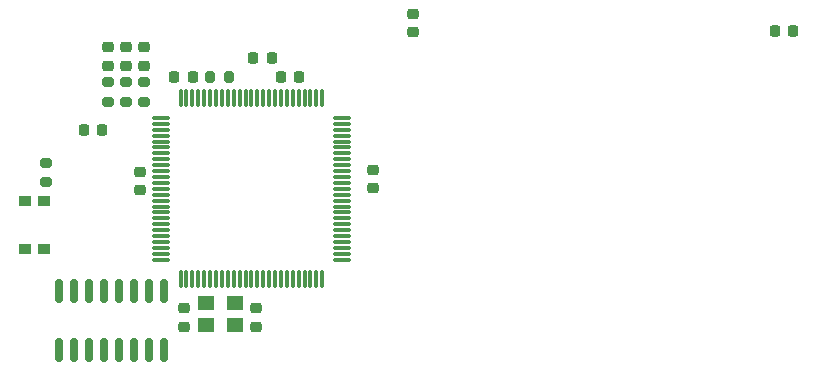
<source format=gbr>
%TF.GenerationSoftware,KiCad,Pcbnew,6.0.4-6f826c9f35~116~ubuntu20.04.1*%
%TF.CreationDate,2022-05-18T13:41:16+03:00*%
%TF.ProjectId,oskar_head_rev1,6f736b61-725f-4686-9561-645f72657631,rev?*%
%TF.SameCoordinates,Original*%
%TF.FileFunction,Paste,Top*%
%TF.FilePolarity,Positive*%
%FSLAX46Y46*%
G04 Gerber Fmt 4.6, Leading zero omitted, Abs format (unit mm)*
G04 Created by KiCad (PCBNEW 6.0.4-6f826c9f35~116~ubuntu20.04.1) date 2022-05-18 13:41:16*
%MOMM*%
%LPD*%
G01*
G04 APERTURE LIST*
G04 Aperture macros list*
%AMRoundRect*
0 Rectangle with rounded corners*
0 $1 Rounding radius*
0 $2 $3 $4 $5 $6 $7 $8 $9 X,Y pos of 4 corners*
0 Add a 4 corners polygon primitive as box body*
4,1,4,$2,$3,$4,$5,$6,$7,$8,$9,$2,$3,0*
0 Add four circle primitives for the rounded corners*
1,1,$1+$1,$2,$3*
1,1,$1+$1,$4,$5*
1,1,$1+$1,$6,$7*
1,1,$1+$1,$8,$9*
0 Add four rect primitives between the rounded corners*
20,1,$1+$1,$2,$3,$4,$5,0*
20,1,$1+$1,$4,$5,$6,$7,0*
20,1,$1+$1,$6,$7,$8,$9,0*
20,1,$1+$1,$8,$9,$2,$3,0*%
G04 Aperture macros list end*
%ADD10RoundRect,0.218750X-0.256250X0.218750X-0.256250X-0.218750X0.256250X-0.218750X0.256250X0.218750X0*%
%ADD11RoundRect,0.200000X0.275000X-0.200000X0.275000X0.200000X-0.275000X0.200000X-0.275000X-0.200000X0*%
%ADD12RoundRect,0.225000X-0.250000X0.225000X-0.250000X-0.225000X0.250000X-0.225000X0.250000X0.225000X0*%
%ADD13RoundRect,0.225000X0.250000X-0.225000X0.250000X0.225000X-0.250000X0.225000X-0.250000X-0.225000X0*%
%ADD14RoundRect,0.225000X0.225000X0.250000X-0.225000X0.250000X-0.225000X-0.250000X0.225000X-0.250000X0*%
%ADD15RoundRect,0.225000X-0.225000X-0.250000X0.225000X-0.250000X0.225000X0.250000X-0.225000X0.250000X0*%
%ADD16R,1.400000X1.200000*%
%ADD17RoundRect,0.200000X0.200000X0.275000X-0.200000X0.275000X-0.200000X-0.275000X0.200000X-0.275000X0*%
%ADD18RoundRect,0.075000X-0.662500X-0.075000X0.662500X-0.075000X0.662500X0.075000X-0.662500X0.075000X0*%
%ADD19RoundRect,0.075000X-0.075000X-0.662500X0.075000X-0.662500X0.075000X0.662500X-0.075000X0.662500X0*%
%ADD20RoundRect,0.150000X-0.150000X0.850000X-0.150000X-0.850000X0.150000X-0.850000X0.150000X0.850000X0*%
%ADD21R,1.000000X0.900000*%
%ADD22RoundRect,0.200000X-0.275000X0.200000X-0.275000X-0.200000X0.275000X-0.200000X0.275000X0.200000X0*%
G04 APERTURE END LIST*
D10*
%TO.C,D3*%
X121208800Y-54609800D03*
X121208800Y-56184800D03*
%TD*%
%TO.C,D2*%
X122732800Y-54609800D03*
X122732800Y-56184800D03*
%TD*%
%TO.C,D1*%
X124256800Y-54609900D03*
X124256800Y-56184900D03*
%TD*%
D11*
%TO.C,R5*%
X121208800Y-59245000D03*
X121208800Y-57595000D03*
%TD*%
%TO.C,R4*%
X122732800Y-59245000D03*
X122732800Y-57595000D03*
%TD*%
%TO.C,R3*%
X124256800Y-59245000D03*
X124256800Y-57595000D03*
%TD*%
D12*
%TO.C,C8*%
X127664890Y-76744050D03*
X127664890Y-78294050D03*
%TD*%
D13*
%TO.C,C2*%
X123896490Y-66703650D03*
X123896490Y-65153650D03*
%TD*%
D14*
%TO.C,C4*%
X120687840Y-61671200D03*
X119137840Y-61671200D03*
%TD*%
D13*
%TO.C,C7*%
X133760890Y-78294050D03*
X133760890Y-76744050D03*
%TD*%
D15*
%TO.C,C3*%
X135813200Y-57150000D03*
X137363200Y-57150000D03*
%TD*%
D14*
%TO.C,C11*%
X179184600Y-53289200D03*
X177634600Y-53289200D03*
%TD*%
D15*
%TO.C,C6*%
X126829890Y-57140250D03*
X128379890Y-57140250D03*
%TD*%
D16*
%TO.C,Y1*%
X131912890Y-76264250D03*
X129512890Y-76264250D03*
X129512890Y-78164250D03*
X131912890Y-78164250D03*
%TD*%
D12*
%TO.C,C1*%
X143611600Y-65011000D03*
X143611600Y-66561000D03*
%TD*%
D17*
%TO.C,R2*%
X131477890Y-57140250D03*
X129827890Y-57140250D03*
%TD*%
D13*
%TO.C,C9*%
X147015200Y-53353000D03*
X147015200Y-51803000D03*
%TD*%
D14*
%TO.C,C10*%
X135064240Y-55575200D03*
X133514240Y-55575200D03*
%TD*%
D18*
%TO.C,U1*%
X125682790Y-60614450D03*
X125682790Y-61114450D03*
X125682790Y-61614450D03*
X125682790Y-62114450D03*
X125682790Y-62614450D03*
X125682790Y-63114450D03*
X125682790Y-63614450D03*
X125682790Y-64114450D03*
X125682790Y-64614450D03*
X125682790Y-65114450D03*
X125682790Y-65614450D03*
X125682790Y-66114450D03*
X125682790Y-66614450D03*
X125682790Y-67114450D03*
X125682790Y-67614450D03*
X125682790Y-68114450D03*
X125682790Y-68614450D03*
X125682790Y-69114450D03*
X125682790Y-69614450D03*
X125682790Y-70114450D03*
X125682790Y-70614450D03*
X125682790Y-71114450D03*
X125682790Y-71614450D03*
X125682790Y-72114450D03*
X125682790Y-72614450D03*
D19*
X127345290Y-74276950D03*
X127845290Y-74276950D03*
X128345290Y-74276950D03*
X128845290Y-74276950D03*
X129345290Y-74276950D03*
X129845290Y-74276950D03*
X130345290Y-74276950D03*
X130845290Y-74276950D03*
X131345290Y-74276950D03*
X131845290Y-74276950D03*
X132345290Y-74276950D03*
X132845290Y-74276950D03*
X133345290Y-74276950D03*
X133845290Y-74276950D03*
X134345290Y-74276950D03*
X134845290Y-74276950D03*
X135345290Y-74276950D03*
X135845290Y-74276950D03*
X136345290Y-74276950D03*
X136845290Y-74276950D03*
X137345290Y-74276950D03*
X137845290Y-74276950D03*
X138345290Y-74276950D03*
X138845290Y-74276950D03*
X139345290Y-74276950D03*
D18*
X141007790Y-72614450D03*
X141007790Y-72114450D03*
X141007790Y-71614450D03*
X141007790Y-71114450D03*
X141007790Y-70614450D03*
X141007790Y-70114450D03*
X141007790Y-69614450D03*
X141007790Y-69114450D03*
X141007790Y-68614450D03*
X141007790Y-68114450D03*
X141007790Y-67614450D03*
X141007790Y-67114450D03*
X141007790Y-66614450D03*
X141007790Y-66114450D03*
X141007790Y-65614450D03*
X141007790Y-65114450D03*
X141007790Y-64614450D03*
X141007790Y-64114450D03*
X141007790Y-63614450D03*
X141007790Y-63114450D03*
X141007790Y-62614450D03*
X141007790Y-62114450D03*
X141007790Y-61614450D03*
X141007790Y-61114450D03*
X141007790Y-60614450D03*
D19*
X139345290Y-58951950D03*
X138845290Y-58951950D03*
X138345290Y-58951950D03*
X137845290Y-58951950D03*
X137345290Y-58951950D03*
X136845290Y-58951950D03*
X136345290Y-58951950D03*
X135845290Y-58951950D03*
X135345290Y-58951950D03*
X134845290Y-58951950D03*
X134345290Y-58951950D03*
X133845290Y-58951950D03*
X133345290Y-58951950D03*
X132845290Y-58951950D03*
X132345290Y-58951950D03*
X131845290Y-58951950D03*
X131345290Y-58951950D03*
X130845290Y-58951950D03*
X130345290Y-58951950D03*
X129845290Y-58951950D03*
X129345290Y-58951950D03*
X128845290Y-58951950D03*
X128345290Y-58951950D03*
X127845290Y-58951950D03*
X127345290Y-58951950D03*
%TD*%
D20*
%TO.C,U2*%
X125979290Y-75290450D03*
X124709290Y-75290450D03*
X123439290Y-75290450D03*
X122169290Y-75290450D03*
X120899290Y-75290450D03*
X119629290Y-75290450D03*
X118359290Y-75290450D03*
X117089290Y-75290450D03*
X117089290Y-80290450D03*
X118359290Y-80290450D03*
X119629290Y-80290450D03*
X120899290Y-80290450D03*
X122169290Y-80290450D03*
X123439290Y-80290450D03*
X124709290Y-80290450D03*
X125979290Y-80290450D03*
%TD*%
D21*
%TO.C,SW1*%
X114206490Y-67637850D03*
X114206490Y-71737850D03*
X115806490Y-67637850D03*
X115806490Y-71737850D03*
%TD*%
D22*
%TO.C,R1*%
X115928945Y-64392450D03*
X115928945Y-66042450D03*
%TD*%
M02*

</source>
